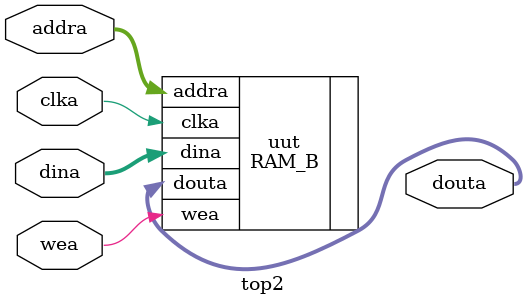
<source format=v>
`timescale 1ns / 1ps


module top2(
    input clka,
    input wea,
    input [5:0]addra,
    input [31:0]dina,
    output [31:0]douta
    );
    RAM_B uut(
    .clka(clka),
    .wea(wea),
    .addra(addra),
    .dina(dina),
    .douta(douta)
    );
endmodule

</source>
